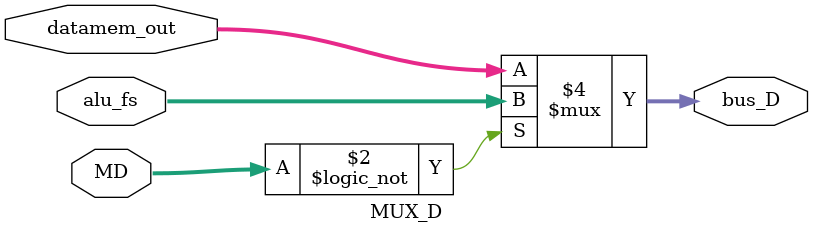
<source format=v>
`timescale 1ns / 1ps


module MUX_D(alu_fs,datamem_out,MD,bus_D);
input [7:0] alu_fs,datamem_out;
//input [6:0] c;
input [1:0] MD;
output reg [7:0] bus_D;
//assign c = 7'b0000000;
always@(MD)
    begin
        if(MD == 0)
        begin
            bus_D = alu_fs;
        end
       else
        begin
            bus_D = datamem_out;
        end
        end
endmodule

</source>
